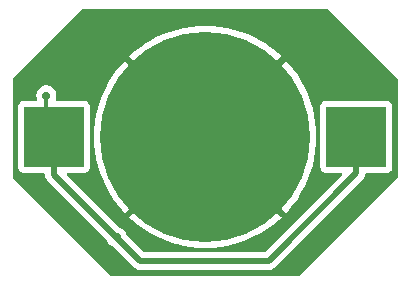
<source format=gbr>
%TF.GenerationSoftware,KiCad,Pcbnew,(7.0.0-0)*%
%TF.CreationDate,2023-10-06T17:45:21+02:00*%
%TF.ProjectId,annoying_little_shit,616e6e6f-7969-46e6-975f-6c6974746c65,rev?*%
%TF.SameCoordinates,Original*%
%TF.FileFunction,Copper,L2,Bot*%
%TF.FilePolarity,Positive*%
%FSLAX46Y46*%
G04 Gerber Fmt 4.6, Leading zero omitted, Abs format (unit mm)*
G04 Created by KiCad (PCBNEW (7.0.0-0)) date 2023-10-06 17:45:21*
%MOMM*%
%LPD*%
G01*
G04 APERTURE LIST*
%TA.AperFunction,SMDPad,CuDef*%
%ADD10R,5.100000X5.100000*%
%TD*%
%TA.AperFunction,SMDPad,CuDef*%
%ADD11C,17.800000*%
%TD*%
%TA.AperFunction,ViaPad*%
%ADD12C,0.700000*%
%TD*%
%TA.AperFunction,ViaPad*%
%ADD13C,0.900000*%
%TD*%
%TA.AperFunction,Conductor*%
%ADD14C,0.500000*%
%TD*%
%TA.AperFunction,Conductor*%
%ADD15C,0.300000*%
%TD*%
G04 APERTURE END LIST*
D10*
%TO.P,BT1,1,+*%
%TO.N,Net-(BT1-+)*%
X143799999Y-62499999D03*
X118199999Y-62499999D03*
D11*
%TO.P,BT1,2,-*%
%TO.N,GND*%
X131000000Y-62500000D03*
%TD*%
D12*
%TO.N,Net-(BT1-+)*%
X123500000Y-71000000D03*
X117550000Y-59000000D03*
D13*
%TO.N,GND*%
X139000000Y-54500000D03*
X123000000Y-54500000D03*
X135500000Y-71500000D03*
X140500000Y-66500000D03*
X133500000Y-52500000D03*
X128000000Y-52500000D03*
X126000000Y-71500000D03*
X121799500Y-66565332D03*
%TD*%
D14*
%TO.N,Net-(BT1-+)*%
X143800000Y-62500000D02*
X143800000Y-65575000D01*
X118200000Y-65700000D02*
X118200000Y-62500000D01*
D15*
X117550000Y-61850000D02*
X118200000Y-62500000D01*
D14*
X143800000Y-65575000D02*
X136375000Y-73000000D01*
D15*
X117550000Y-59000000D02*
X117550000Y-61850000D01*
D14*
X136375000Y-73000000D02*
X125500000Y-73000000D01*
X125500000Y-73000000D02*
X118200000Y-65700000D01*
%TD*%
%TA.AperFunction,Conductor*%
%TO.N,GND*%
G36*
X141413042Y-51709939D02*
G01*
X141453270Y-51736819D01*
X147263181Y-57546731D01*
X147290061Y-57586959D01*
X147299500Y-57634412D01*
X147299500Y-65865588D01*
X147290061Y-65913041D01*
X147263181Y-65953269D01*
X138953270Y-74263181D01*
X138913042Y-74290061D01*
X138865589Y-74299500D01*
X131022590Y-74299500D01*
X123134412Y-74299500D01*
X123086959Y-74290061D01*
X123046731Y-74263181D01*
X114736819Y-65953270D01*
X114709939Y-65913042D01*
X114700500Y-65865589D01*
X114700500Y-65094578D01*
X115149500Y-65094578D01*
X115149501Y-65097872D01*
X115149853Y-65101150D01*
X115149854Y-65101161D01*
X115155079Y-65149768D01*
X115155080Y-65149773D01*
X115155909Y-65157483D01*
X115158619Y-65164749D01*
X115158620Y-65164753D01*
X115192217Y-65254831D01*
X115206204Y-65292331D01*
X115292454Y-65407546D01*
X115407669Y-65493796D01*
X115542517Y-65544091D01*
X115602127Y-65550500D01*
X117321600Y-65550500D01*
X117384638Y-65567719D01*
X117430169Y-65614594D01*
X117445018Y-65675921D01*
X117444711Y-65678023D01*
X117445340Y-65685215D01*
X117445340Y-65685223D01*
X117449028Y-65727369D01*
X117449500Y-65738176D01*
X117449500Y-65743709D01*
X117449916Y-65747272D01*
X117449917Y-65747282D01*
X117453098Y-65774496D01*
X117453464Y-65778082D01*
X117459371Y-65845604D01*
X117459372Y-65845609D01*
X117460001Y-65852797D01*
X117462271Y-65859649D01*
X117462976Y-65863063D01*
X117463028Y-65863384D01*
X117463120Y-65863709D01*
X117463920Y-65867085D01*
X117464759Y-65874255D01*
X117490413Y-65944742D01*
X117491582Y-65948108D01*
X117512913Y-66012479D01*
X117512917Y-66012489D01*
X117515186Y-66019334D01*
X117518971Y-66025472D01*
X117520443Y-66028628D01*
X117520570Y-66028935D01*
X117520729Y-66029220D01*
X117522295Y-66032338D01*
X117524763Y-66039117D01*
X117528727Y-66045144D01*
X117528729Y-66045148D01*
X117565979Y-66101784D01*
X117567900Y-66104799D01*
X117607288Y-66168656D01*
X117612392Y-66173760D01*
X117614542Y-66176479D01*
X117614739Y-66176752D01*
X117614973Y-66177007D01*
X117617202Y-66179663D01*
X117621170Y-66185696D01*
X117626423Y-66190652D01*
X117626424Y-66190653D01*
X117675708Y-66237150D01*
X117678295Y-66239663D01*
X122665106Y-71226474D01*
X122695355Y-71275835D01*
X122718750Y-71347835D01*
X122721997Y-71353459D01*
X122721998Y-71353461D01*
X122751869Y-71405200D01*
X122808141Y-71502665D01*
X122927770Y-71635526D01*
X123072407Y-71740612D01*
X123235732Y-71813328D01*
X123235733Y-71813329D01*
X123235445Y-71813975D01*
X123279764Y-71841132D01*
X124924270Y-73485638D01*
X124936052Y-73499271D01*
X124950390Y-73518530D01*
X124955917Y-73523167D01*
X124955922Y-73523173D01*
X124988337Y-73550372D01*
X124996312Y-73557680D01*
X125000223Y-73561591D01*
X125024556Y-73580831D01*
X125027310Y-73583073D01*
X125084786Y-73631302D01*
X125091245Y-73634546D01*
X125094134Y-73636446D01*
X125094413Y-73636648D01*
X125094713Y-73636815D01*
X125097654Y-73638629D01*
X125103323Y-73643111D01*
X125163695Y-73671263D01*
X125171321Y-73674819D01*
X125174534Y-73676374D01*
X125241567Y-73710040D01*
X125248594Y-73711705D01*
X125251835Y-73712885D01*
X125252164Y-73713021D01*
X125252498Y-73713116D01*
X125255778Y-73714202D01*
X125262327Y-73717257D01*
X125335894Y-73732447D01*
X125339257Y-73733193D01*
X125412279Y-73750500D01*
X125419510Y-73750500D01*
X125422933Y-73750900D01*
X125423285Y-73750957D01*
X125423626Y-73750972D01*
X125427069Y-73751273D01*
X125434144Y-73752734D01*
X125509129Y-73750552D01*
X125512737Y-73750500D01*
X136311293Y-73750500D01*
X136329264Y-73751809D01*
X136333160Y-73752379D01*
X136353023Y-73755289D01*
X136402368Y-73750972D01*
X136413176Y-73750500D01*
X136415100Y-73750500D01*
X136418709Y-73750500D01*
X136449550Y-73746894D01*
X136453031Y-73746539D01*
X136527797Y-73739999D01*
X136534653Y-73737726D01*
X136538043Y-73737027D01*
X136538375Y-73736973D01*
X136538728Y-73736873D01*
X136542071Y-73736080D01*
X136549255Y-73735241D01*
X136619760Y-73709579D01*
X136623118Y-73708412D01*
X136694334Y-73684814D01*
X136700486Y-73681018D01*
X136703607Y-73679564D01*
X136703929Y-73679430D01*
X136704238Y-73679258D01*
X136707315Y-73677712D01*
X136714117Y-73675237D01*
X136776837Y-73633984D01*
X136779732Y-73632140D01*
X136843656Y-73592712D01*
X136848763Y-73587603D01*
X136851476Y-73585459D01*
X136851758Y-73585254D01*
X136852029Y-73585007D01*
X136854658Y-73582800D01*
X136860696Y-73578830D01*
X136912186Y-73524252D01*
X136914631Y-73521735D01*
X144285638Y-66150727D01*
X144299262Y-66138953D01*
X144318530Y-66124610D01*
X144350372Y-66086661D01*
X144357686Y-66078681D01*
X144358264Y-66078102D01*
X144361591Y-66074776D01*
X144380853Y-66050412D01*
X144383040Y-66047728D01*
X144431302Y-65990214D01*
X144434548Y-65983748D01*
X144436436Y-65980879D01*
X144436645Y-65980589D01*
X144436819Y-65980278D01*
X144438624Y-65977350D01*
X144443111Y-65971677D01*
X144474834Y-65903645D01*
X144476349Y-65900514D01*
X144510040Y-65833433D01*
X144511708Y-65826391D01*
X144512878Y-65823178D01*
X144513022Y-65822831D01*
X144513118Y-65822492D01*
X144514199Y-65819227D01*
X144517257Y-65812673D01*
X144532435Y-65739157D01*
X144533197Y-65735722D01*
X144550500Y-65662721D01*
X144550500Y-65658666D01*
X144570863Y-65604364D01*
X144615334Y-65564789D01*
X144673123Y-65550499D01*
X146394561Y-65550499D01*
X146397872Y-65550499D01*
X146457483Y-65544091D01*
X146592331Y-65493796D01*
X146707546Y-65407546D01*
X146793796Y-65292331D01*
X146844091Y-65157483D01*
X146850500Y-65097873D01*
X146850499Y-59902128D01*
X146844091Y-59842517D01*
X146793796Y-59707669D01*
X146707546Y-59592454D01*
X146592331Y-59506204D01*
X146457483Y-59455909D01*
X146449770Y-59455079D01*
X146449767Y-59455079D01*
X146401180Y-59449855D01*
X146401169Y-59449854D01*
X146397873Y-59449500D01*
X146394550Y-59449500D01*
X141205439Y-59449500D01*
X141205420Y-59449500D01*
X141202128Y-59449501D01*
X141198850Y-59449853D01*
X141198838Y-59449854D01*
X141150231Y-59455079D01*
X141150225Y-59455080D01*
X141142517Y-59455909D01*
X141135252Y-59458618D01*
X141135246Y-59458620D01*
X141015980Y-59503104D01*
X141015978Y-59503104D01*
X141007669Y-59506204D01*
X141000572Y-59511516D01*
X141000568Y-59511519D01*
X140899550Y-59587141D01*
X140899546Y-59587144D01*
X140892454Y-59592454D01*
X140887144Y-59599546D01*
X140887141Y-59599550D01*
X140811519Y-59700568D01*
X140811516Y-59700572D01*
X140806204Y-59707669D01*
X140803104Y-59715978D01*
X140803104Y-59715980D01*
X140758620Y-59835247D01*
X140758619Y-59835250D01*
X140755909Y-59842517D01*
X140755079Y-59850227D01*
X140755079Y-59850232D01*
X140749855Y-59898819D01*
X140749854Y-59898831D01*
X140749500Y-59902127D01*
X140749500Y-59905448D01*
X140749500Y-59905449D01*
X140749500Y-65094560D01*
X140749500Y-65094578D01*
X140749501Y-65097872D01*
X140749853Y-65101150D01*
X140749854Y-65101161D01*
X140755079Y-65149768D01*
X140755080Y-65149773D01*
X140755909Y-65157483D01*
X140758619Y-65164749D01*
X140758620Y-65164753D01*
X140792217Y-65254831D01*
X140806204Y-65292331D01*
X140892454Y-65407546D01*
X141007669Y-65493796D01*
X141142517Y-65544091D01*
X141202127Y-65550500D01*
X142463770Y-65550499D01*
X142520065Y-65564014D01*
X142564088Y-65601614D01*
X142586243Y-65655101D01*
X142581701Y-65712817D01*
X142551451Y-65762180D01*
X136100451Y-72213181D01*
X136060223Y-72240061D01*
X136012770Y-72249500D01*
X125862230Y-72249500D01*
X125814777Y-72240061D01*
X125774549Y-72213181D01*
X124334892Y-70773524D01*
X124304642Y-70724160D01*
X124283258Y-70658345D01*
X124283257Y-70658344D01*
X124281250Y-70652165D01*
X124191859Y-70497335D01*
X124072230Y-70364474D01*
X124012511Y-70321085D01*
X123932847Y-70263205D01*
X123932845Y-70263203D01*
X123927593Y-70259388D01*
X123769161Y-70188850D01*
X123769158Y-70188848D01*
X123764267Y-70186671D01*
X123764553Y-70186026D01*
X123720235Y-70158867D01*
X122882637Y-69321269D01*
X124537313Y-69321269D01*
X124544365Y-69332749D01*
X124797332Y-69569678D01*
X124800409Y-69572377D01*
X125273008Y-69960229D01*
X125276226Y-69962699D01*
X125773175Y-70318807D01*
X125776585Y-70321085D01*
X126295755Y-70643926D01*
X126299275Y-70645958D01*
X126838467Y-70934162D01*
X126842104Y-70935956D01*
X127398999Y-71188282D01*
X127402753Y-71189836D01*
X127974958Y-71405200D01*
X127978775Y-71406496D01*
X128563877Y-71583984D01*
X128567751Y-71585022D01*
X129163195Y-71723861D01*
X129167168Y-71724651D01*
X129770413Y-71824247D01*
X129774398Y-71824772D01*
X130382873Y-71884701D01*
X130386892Y-71884964D01*
X130997984Y-71904970D01*
X131002016Y-71904970D01*
X131613107Y-71884964D01*
X131617126Y-71884701D01*
X132225601Y-71824772D01*
X132229586Y-71824247D01*
X132832831Y-71724651D01*
X132836804Y-71723861D01*
X133432248Y-71585022D01*
X133436122Y-71583984D01*
X134021224Y-71406496D01*
X134025041Y-71405200D01*
X134597246Y-71189836D01*
X134601000Y-71188282D01*
X135157895Y-70935956D01*
X135161532Y-70934162D01*
X135700724Y-70645958D01*
X135704244Y-70643926D01*
X136223414Y-70321085D01*
X136226824Y-70318807D01*
X136723773Y-69962699D01*
X136726991Y-69960229D01*
X137199612Y-69572359D01*
X137202638Y-69569705D01*
X137455635Y-69332747D01*
X137462685Y-69321270D01*
X137456013Y-69309567D01*
X131011542Y-62865095D01*
X130999999Y-62858431D01*
X130988457Y-62865095D01*
X124543985Y-69309567D01*
X124537313Y-69321269D01*
X122882637Y-69321269D01*
X119323548Y-65762180D01*
X119293298Y-65712817D01*
X119288756Y-65655101D01*
X119310911Y-65601614D01*
X119354934Y-65564014D01*
X119411229Y-65550499D01*
X120794561Y-65550499D01*
X120797872Y-65550499D01*
X120857483Y-65544091D01*
X120992331Y-65493796D01*
X121107546Y-65407546D01*
X121193796Y-65292331D01*
X121244091Y-65157483D01*
X121250500Y-65097873D01*
X121250500Y-62502016D01*
X121595030Y-62502016D01*
X121615035Y-63113107D01*
X121615298Y-63117126D01*
X121675227Y-63725601D01*
X121675752Y-63729586D01*
X121775348Y-64332831D01*
X121776138Y-64336804D01*
X121914977Y-64932248D01*
X121916015Y-64936122D01*
X122093503Y-65521224D01*
X122094799Y-65525041D01*
X122310163Y-66097246D01*
X122311717Y-66101000D01*
X122564043Y-66657895D01*
X122565837Y-66661532D01*
X122854041Y-67200724D01*
X122856073Y-67204244D01*
X123178914Y-67723414D01*
X123181192Y-67726824D01*
X123537300Y-68223773D01*
X123539770Y-68226991D01*
X123927622Y-68699590D01*
X123930321Y-68702667D01*
X124167249Y-68955633D01*
X124178729Y-68962685D01*
X124190431Y-68956013D01*
X130634903Y-62511542D01*
X130641567Y-62499999D01*
X131358431Y-62499999D01*
X131365095Y-62511542D01*
X137809567Y-68956013D01*
X137821270Y-68962685D01*
X137832747Y-68955635D01*
X138069705Y-68702638D01*
X138072359Y-68699612D01*
X138460229Y-68226991D01*
X138462699Y-68223773D01*
X138818807Y-67726824D01*
X138821085Y-67723414D01*
X139143926Y-67204244D01*
X139145958Y-67200724D01*
X139434162Y-66661532D01*
X139435956Y-66657895D01*
X139688282Y-66101000D01*
X139689836Y-66097246D01*
X139905200Y-65525041D01*
X139906496Y-65521224D01*
X140083984Y-64936122D01*
X140085022Y-64932248D01*
X140223861Y-64336804D01*
X140224651Y-64332831D01*
X140324247Y-63729586D01*
X140324772Y-63725601D01*
X140384701Y-63117126D01*
X140384964Y-63113107D01*
X140404970Y-62502016D01*
X140404970Y-62497984D01*
X140384964Y-61886892D01*
X140384701Y-61882873D01*
X140324772Y-61274398D01*
X140324247Y-61270413D01*
X140224651Y-60667168D01*
X140223861Y-60663195D01*
X140085022Y-60067751D01*
X140083984Y-60063877D01*
X139906496Y-59478775D01*
X139905200Y-59474958D01*
X139689836Y-58902753D01*
X139688282Y-58898999D01*
X139435956Y-58342104D01*
X139434162Y-58338467D01*
X139145958Y-57799275D01*
X139143926Y-57795755D01*
X138821085Y-57276585D01*
X138818807Y-57273175D01*
X138462699Y-56776226D01*
X138460229Y-56773008D01*
X138072377Y-56300409D01*
X138069678Y-56297332D01*
X137832749Y-56044365D01*
X137821269Y-56037313D01*
X137809567Y-56043985D01*
X131365095Y-62488457D01*
X131358431Y-62499999D01*
X130641567Y-62499999D01*
X130634903Y-62488457D01*
X124190431Y-56043985D01*
X124178729Y-56037313D01*
X124167249Y-56044365D01*
X123930321Y-56297332D01*
X123927622Y-56300409D01*
X123539770Y-56773008D01*
X123537300Y-56776226D01*
X123181192Y-57273175D01*
X123178914Y-57276585D01*
X122856073Y-57795755D01*
X122854041Y-57799275D01*
X122565837Y-58338467D01*
X122564043Y-58342104D01*
X122311717Y-58898999D01*
X122310163Y-58902753D01*
X122094799Y-59474958D01*
X122093503Y-59478775D01*
X121916015Y-60063877D01*
X121914977Y-60067751D01*
X121776138Y-60663195D01*
X121775348Y-60667168D01*
X121675752Y-61270413D01*
X121675227Y-61274398D01*
X121615298Y-61882873D01*
X121615035Y-61886892D01*
X121595030Y-62497984D01*
X121595030Y-62502016D01*
X121250500Y-62502016D01*
X121250499Y-59902128D01*
X121244091Y-59842517D01*
X121193796Y-59707669D01*
X121107546Y-59592454D01*
X120992331Y-59506204D01*
X120857483Y-59455909D01*
X120849770Y-59455079D01*
X120849767Y-59455079D01*
X120801180Y-59449855D01*
X120801169Y-59449854D01*
X120797873Y-59449500D01*
X120794551Y-59449500D01*
X118468888Y-59449500D01*
X118412593Y-59435985D01*
X118368570Y-59398385D01*
X118346415Y-59344897D01*
X118350957Y-59287182D01*
X118386497Y-59177803D01*
X118405185Y-59000000D01*
X118386497Y-58822197D01*
X118331250Y-58652165D01*
X118241859Y-58497335D01*
X118122230Y-58364474D01*
X117977593Y-58259388D01*
X117917664Y-58232706D01*
X117820205Y-58189314D01*
X117820198Y-58189311D01*
X117814267Y-58186671D01*
X117807914Y-58185320D01*
X117807906Y-58185318D01*
X117645753Y-58150852D01*
X117645750Y-58150851D01*
X117639391Y-58149500D01*
X117460609Y-58149500D01*
X117454250Y-58150851D01*
X117454246Y-58150852D01*
X117292093Y-58185318D01*
X117292082Y-58185321D01*
X117285733Y-58186671D01*
X117279804Y-58189310D01*
X117279794Y-58189314D01*
X117128342Y-58256745D01*
X117128334Y-58256749D01*
X117122408Y-58259388D01*
X117117159Y-58263201D01*
X117117153Y-58263205D01*
X116983023Y-58360656D01*
X116983014Y-58360663D01*
X116977770Y-58364474D01*
X116973426Y-58369297D01*
X116973423Y-58369301D01*
X116862487Y-58492507D01*
X116862482Y-58492513D01*
X116858141Y-58497335D01*
X116854896Y-58502955D01*
X116854892Y-58502961D01*
X116771998Y-58646538D01*
X116771995Y-58646543D01*
X116768750Y-58652165D01*
X116766744Y-58658337D01*
X116766742Y-58658343D01*
X116715511Y-58816016D01*
X116713503Y-58822197D01*
X116712824Y-58828649D01*
X116712823Y-58828658D01*
X116705036Y-58902753D01*
X116694815Y-59000000D01*
X116695494Y-59006460D01*
X116712823Y-59171341D01*
X116712824Y-59171348D01*
X116713503Y-59177803D01*
X116715510Y-59183980D01*
X116715511Y-59183984D01*
X116749042Y-59287182D01*
X116753584Y-59344898D01*
X116731429Y-59398385D01*
X116687406Y-59435985D01*
X116631111Y-59449500D01*
X115605439Y-59449500D01*
X115605420Y-59449500D01*
X115602128Y-59449501D01*
X115598850Y-59449853D01*
X115598838Y-59449854D01*
X115550231Y-59455079D01*
X115550225Y-59455080D01*
X115542517Y-59455909D01*
X115535252Y-59458618D01*
X115535246Y-59458620D01*
X115415980Y-59503104D01*
X115415978Y-59503104D01*
X115407669Y-59506204D01*
X115400572Y-59511516D01*
X115400568Y-59511519D01*
X115299550Y-59587141D01*
X115299546Y-59587144D01*
X115292454Y-59592454D01*
X115287144Y-59599546D01*
X115287141Y-59599550D01*
X115211519Y-59700568D01*
X115211516Y-59700572D01*
X115206204Y-59707669D01*
X115203104Y-59715978D01*
X115203104Y-59715980D01*
X115158620Y-59835247D01*
X115158619Y-59835250D01*
X115155909Y-59842517D01*
X115155079Y-59850227D01*
X115155079Y-59850232D01*
X115149855Y-59898819D01*
X115149854Y-59898831D01*
X115149500Y-59902127D01*
X115149500Y-59905448D01*
X115149500Y-59905449D01*
X115149500Y-65094560D01*
X115149500Y-65094578D01*
X114700500Y-65094578D01*
X114700500Y-57634411D01*
X114709939Y-57586958D01*
X114736819Y-57546730D01*
X116604820Y-55678729D01*
X124537313Y-55678729D01*
X124543985Y-55690431D01*
X130988457Y-62134903D01*
X131000000Y-62141567D01*
X131011542Y-62134903D01*
X137456013Y-55690431D01*
X137462685Y-55678729D01*
X137455633Y-55667249D01*
X137202667Y-55430321D01*
X137199590Y-55427622D01*
X136726991Y-55039770D01*
X136723773Y-55037300D01*
X136226824Y-54681192D01*
X136223414Y-54678914D01*
X135704244Y-54356073D01*
X135700724Y-54354041D01*
X135161532Y-54065837D01*
X135157895Y-54064043D01*
X134601000Y-53811717D01*
X134597246Y-53810163D01*
X134025041Y-53594799D01*
X134021224Y-53593503D01*
X133436122Y-53416015D01*
X133432248Y-53414977D01*
X132836804Y-53276138D01*
X132832831Y-53275348D01*
X132229586Y-53175752D01*
X132225601Y-53175227D01*
X131617126Y-53115298D01*
X131613107Y-53115035D01*
X131002016Y-53095030D01*
X130997984Y-53095030D01*
X130386892Y-53115035D01*
X130382873Y-53115298D01*
X129774398Y-53175227D01*
X129770413Y-53175752D01*
X129167168Y-53275348D01*
X129163195Y-53276138D01*
X128567751Y-53414977D01*
X128563877Y-53416015D01*
X127978775Y-53593503D01*
X127974958Y-53594799D01*
X127402753Y-53810163D01*
X127398999Y-53811717D01*
X126842104Y-54064043D01*
X126838467Y-54065837D01*
X126299275Y-54354041D01*
X126295755Y-54356073D01*
X125776585Y-54678914D01*
X125773175Y-54681192D01*
X125276226Y-55037300D01*
X125273008Y-55039770D01*
X124800409Y-55427622D01*
X124797332Y-55430321D01*
X124544365Y-55667249D01*
X124537313Y-55678729D01*
X116604820Y-55678729D01*
X120546731Y-51736819D01*
X120586959Y-51709939D01*
X120634412Y-51700500D01*
X130977410Y-51700500D01*
X131022590Y-51700500D01*
X141365589Y-51700500D01*
X141413042Y-51709939D01*
G37*
%TD.AperFunction*%
%TD*%
M02*

</source>
